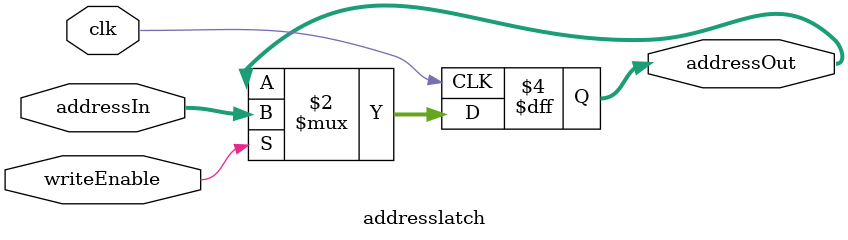
<source format=v>

module addresslatch
#(
    parameter width  = 7
)
(
    input [width-1:0] addressIn,
    input writeEnable,
    input clk,
    output reg [width-1:0] addressOut
);

    always @(posedge clk) begin
        if(writeEnable) begin
            addressOut[width-1:0] <= addressIn[width-1:0];
        end
    end

endmodule

</source>
